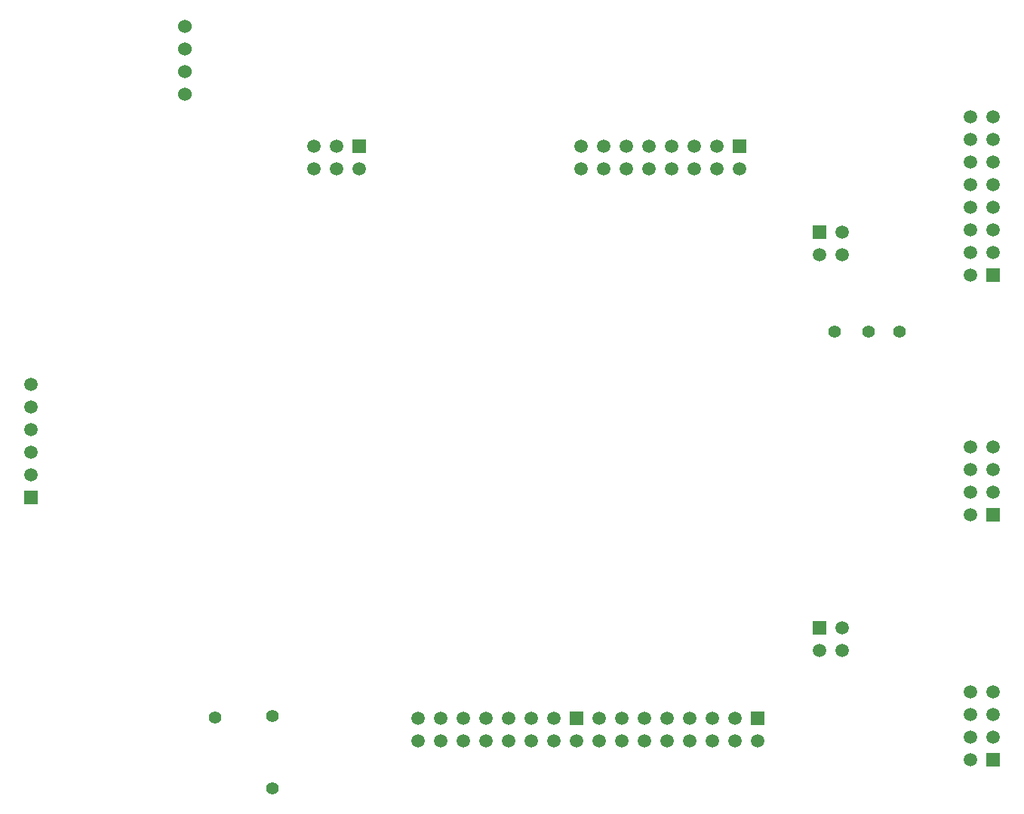
<source format=gbl>
G04*
G04 #@! TF.GenerationSoftware,Altium Limited,Altium Designer,19.1.8 (144)*
G04*
G04 Layer_Physical_Order=2*
G04 Layer_Color=16711680*
%FSLAX25Y25*%
%MOIN*%
G70*
G01*
G75*
%ADD20C,0.05512*%
%ADD21C,0.06000*%
%ADD22R,0.05906X0.05906*%
%ADD23C,0.05906*%
%ADD24C,0.05906*%
%ADD25R,0.05906X0.05906*%
D20*
X73242Y61896D02*
D03*
Y93896D02*
D03*
X47742Y93396D02*
D03*
X350233Y264000D02*
D03*
X336442D02*
D03*
X321442D02*
D03*
D21*
X34442Y398996D02*
D03*
Y388996D02*
D03*
Y378996D02*
D03*
Y368996D02*
D03*
D22*
X-33433Y190496D02*
D03*
X314942Y307996D02*
D03*
Y132996D02*
D03*
X391599Y288996D02*
D03*
Y74496D02*
D03*
Y182996D02*
D03*
D23*
X-33433Y200496D02*
D03*
Y210496D02*
D03*
Y220496D02*
D03*
Y230496D02*
D03*
Y240496D02*
D03*
X324942Y297996D02*
D03*
X314942D02*
D03*
X324942Y307996D02*
D03*
Y122996D02*
D03*
X314942D02*
D03*
X324942Y132996D02*
D03*
X287442Y82996D02*
D03*
X277442Y92996D02*
D03*
Y82996D02*
D03*
X267442Y92996D02*
D03*
Y82996D02*
D03*
X257442Y92996D02*
D03*
Y82996D02*
D03*
X247442D02*
D03*
Y92996D02*
D03*
X167442D02*
D03*
Y82996D02*
D03*
X177442D02*
D03*
Y92996D02*
D03*
X187442Y82996D02*
D03*
Y92996D02*
D03*
X197442Y82996D02*
D03*
Y92996D02*
D03*
X207442Y82996D02*
D03*
X381599Y288996D02*
D03*
X391599Y298996D02*
D03*
X381599D02*
D03*
X391599Y308996D02*
D03*
X381599D02*
D03*
X391599Y318996D02*
D03*
X381599D02*
D03*
Y328996D02*
D03*
X391599D02*
D03*
X381599Y104496D02*
D03*
X391599D02*
D03*
X381599Y94496D02*
D03*
X391599D02*
D03*
X381599Y84496D02*
D03*
X391599D02*
D03*
X381599Y74496D02*
D03*
Y212996D02*
D03*
X391599D02*
D03*
X381599Y202996D02*
D03*
X391599D02*
D03*
X381599Y192996D02*
D03*
X391599D02*
D03*
X381599Y182996D02*
D03*
X111442Y335996D02*
D03*
X101442Y345996D02*
D03*
Y335996D02*
D03*
X91442Y345996D02*
D03*
Y335996D02*
D03*
X239442Y345996D02*
D03*
Y335996D02*
D03*
X249442D02*
D03*
Y345996D02*
D03*
X259442Y335996D02*
D03*
Y345996D02*
D03*
X269442Y335996D02*
D03*
Y345996D02*
D03*
X279442Y335996D02*
D03*
D24*
X227442Y82996D02*
D03*
Y92996D02*
D03*
X237442D02*
D03*
Y82996D02*
D03*
X217442Y92996D02*
D03*
Y82996D02*
D03*
X137442D02*
D03*
Y92996D02*
D03*
X157442Y82996D02*
D03*
Y92996D02*
D03*
X147442D02*
D03*
Y82996D02*
D03*
X381599Y348996D02*
D03*
X391599D02*
D03*
Y338996D02*
D03*
X381599D02*
D03*
X391599Y358996D02*
D03*
X381599D02*
D03*
X209442Y335996D02*
D03*
Y345996D02*
D03*
X229442Y335996D02*
D03*
Y345996D02*
D03*
X219442D02*
D03*
Y335996D02*
D03*
D25*
X287442Y92996D02*
D03*
X207442D02*
D03*
X111442Y345996D02*
D03*
X279442D02*
D03*
M02*

</source>
